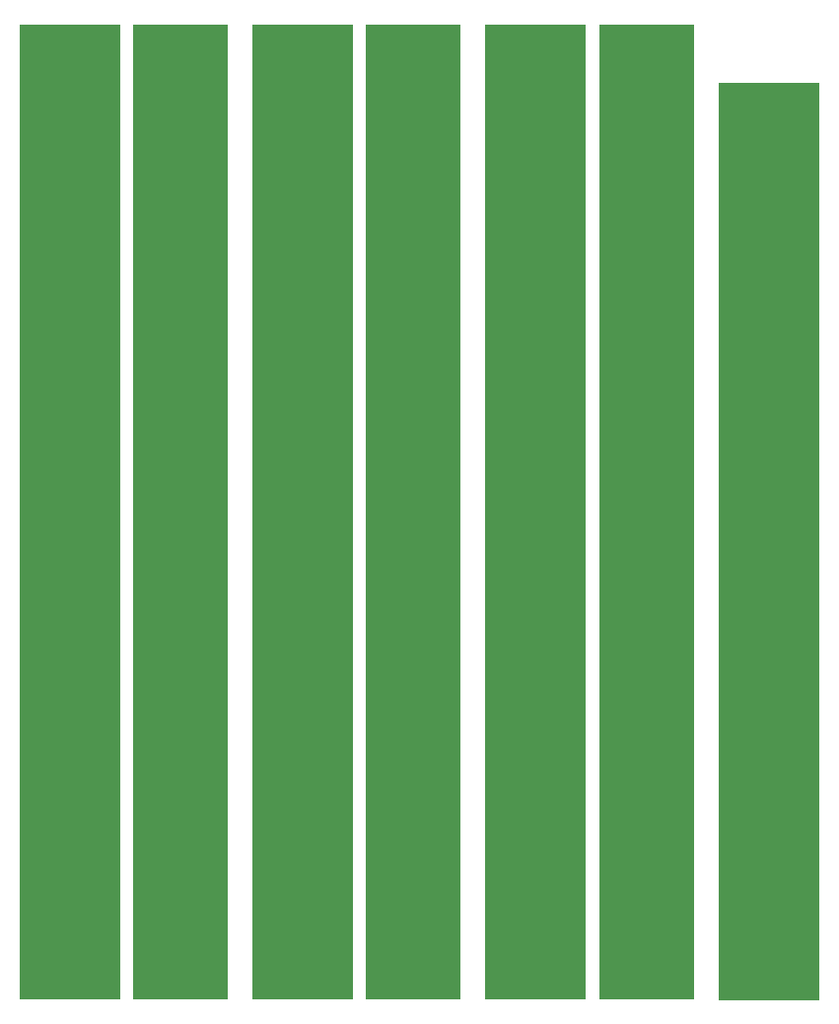
<source format=gbp>
%FSLAX44Y44*%
%MOMM*%
G71*
G01*
G75*
G04 Layer_Color=128*
%ADD10C,0.5000*%
G04:AMPARAMS|DCode=11|XSize=1mm|YSize=0.95mm|CornerRadius=0.1995mm|HoleSize=0mm|Usage=FLASHONLY|Rotation=180.000|XOffset=0mm|YOffset=0mm|HoleType=Round|Shape=RoundedRectangle|*
%AMROUNDEDRECTD11*
21,1,1.0000,0.5510,0,0,180.0*
21,1,0.6010,0.9500,0,0,180.0*
1,1,0.3990,-0.3005,0.2755*
1,1,0.3990,0.3005,0.2755*
1,1,0.3990,0.3005,-0.2755*
1,1,0.3990,-0.3005,-0.2755*
%
%ADD11ROUNDEDRECTD11*%
G04:AMPARAMS|DCode=12|XSize=1mm|YSize=0.95mm|CornerRadius=0.1995mm|HoleSize=0mm|Usage=FLASHONLY|Rotation=270.000|XOffset=0mm|YOffset=0mm|HoleType=Round|Shape=RoundedRectangle|*
%AMROUNDEDRECTD12*
21,1,1.0000,0.5510,0,0,270.0*
21,1,0.6010,0.9500,0,0,270.0*
1,1,0.3990,-0.2755,-0.3005*
1,1,0.3990,-0.2755,0.3005*
1,1,0.3990,0.2755,0.3005*
1,1,0.3990,0.2755,-0.3005*
%
%ADD12ROUNDEDRECTD12*%
G04:AMPARAMS|DCode=13|XSize=2.7mm|YSize=1.15mm|CornerRadius=0.2013mm|HoleSize=0mm|Usage=FLASHONLY|Rotation=270.000|XOffset=0mm|YOffset=0mm|HoleType=Round|Shape=RoundedRectangle|*
%AMROUNDEDRECTD13*
21,1,2.7000,0.7475,0,0,270.0*
21,1,2.2975,1.1500,0,0,270.0*
1,1,0.4025,-0.3738,-1.1487*
1,1,0.4025,-0.3738,1.1487*
1,1,0.4025,0.3738,1.1487*
1,1,0.4025,0.3738,-1.1487*
%
%ADD13ROUNDEDRECTD13*%
G04:AMPARAMS|DCode=14|XSize=1.45mm|YSize=1.15mm|CornerRadius=0.2013mm|HoleSize=0mm|Usage=FLASHONLY|Rotation=90.000|XOffset=0mm|YOffset=0mm|HoleType=Round|Shape=RoundedRectangle|*
%AMROUNDEDRECTD14*
21,1,1.4500,0.7475,0,0,90.0*
21,1,1.0475,1.1500,0,0,90.0*
1,1,0.4025,0.3738,0.5238*
1,1,0.4025,0.3738,-0.5238*
1,1,0.4025,-0.3738,-0.5238*
1,1,0.4025,-0.3738,0.5238*
%
%ADD14ROUNDEDRECTD14*%
G04:AMPARAMS|DCode=15|XSize=0.62mm|YSize=0.62mm|CornerRadius=0.1488mm|HoleSize=0mm|Usage=FLASHONLY|Rotation=180.000|XOffset=0mm|YOffset=0mm|HoleType=Round|Shape=RoundedRectangle|*
%AMROUNDEDRECTD15*
21,1,0.6200,0.3224,0,0,180.0*
21,1,0.3224,0.6200,0,0,180.0*
1,1,0.2976,-0.1612,0.1612*
1,1,0.2976,0.1612,0.1612*
1,1,0.2976,0.1612,-0.1612*
1,1,0.2976,-0.1612,-0.1612*
%
%ADD15ROUNDEDRECTD15*%
G04:AMPARAMS|DCode=16|XSize=2.7mm|YSize=1.15mm|CornerRadius=0.2013mm|HoleSize=0mm|Usage=FLASHONLY|Rotation=0.000|XOffset=0mm|YOffset=0mm|HoleType=Round|Shape=RoundedRectangle|*
%AMROUNDEDRECTD16*
21,1,2.7000,0.7475,0,0,0.0*
21,1,2.2975,1.1500,0,0,0.0*
1,1,0.4025,1.1487,-0.3738*
1,1,0.4025,-1.1487,-0.3738*
1,1,0.4025,-1.1487,0.3738*
1,1,0.4025,1.1487,0.3738*
%
%ADD16ROUNDEDRECTD16*%
G04:AMPARAMS|DCode=17|XSize=1.45mm|YSize=1.15mm|CornerRadius=0.2013mm|HoleSize=0mm|Usage=FLASHONLY|Rotation=0.000|XOffset=0mm|YOffset=0mm|HoleType=Round|Shape=RoundedRectangle|*
%AMROUNDEDRECTD17*
21,1,1.4500,0.7475,0,0,0.0*
21,1,1.0475,1.1500,0,0,0.0*
1,1,0.4025,0.5238,-0.3738*
1,1,0.4025,-0.5238,-0.3738*
1,1,0.4025,-0.5238,0.3738*
1,1,0.4025,0.5238,0.3738*
%
%ADD17ROUNDEDRECTD17*%
G04:AMPARAMS|DCode=18|XSize=1.2mm|YSize=1.2mm|CornerRadius=0.198mm|HoleSize=0mm|Usage=FLASHONLY|Rotation=180.000|XOffset=0mm|YOffset=0mm|HoleType=Round|Shape=RoundedRectangle|*
%AMROUNDEDRECTD18*
21,1,1.2000,0.8040,0,0,180.0*
21,1,0.8040,1.2000,0,0,180.0*
1,1,0.3960,-0.4020,0.4020*
1,1,0.3960,0.4020,0.4020*
1,1,0.3960,0.4020,-0.4020*
1,1,0.3960,-0.4020,-0.4020*
%
%ADD18ROUNDEDRECTD18*%
G04:AMPARAMS|DCode=19|XSize=1.45mm|YSize=0.5mm|CornerRadius=0.2mm|HoleSize=0mm|Usage=FLASHONLY|Rotation=270.000|XOffset=0mm|YOffset=0mm|HoleType=Round|Shape=RoundedRectangle|*
%AMROUNDEDRECTD19*
21,1,1.4500,0.1000,0,0,270.0*
21,1,1.0500,0.5000,0,0,270.0*
1,1,0.4000,-0.0500,-0.5250*
1,1,0.4000,-0.0500,0.5250*
1,1,0.4000,0.0500,0.5250*
1,1,0.4000,0.0500,-0.5250*
%
%ADD19ROUNDEDRECTD19*%
G04:AMPARAMS|DCode=20|XSize=2.5mm|YSize=1.7mm|CornerRadius=0.204mm|HoleSize=0mm|Usage=FLASHONLY|Rotation=0.000|XOffset=0mm|YOffset=0mm|HoleType=Round|Shape=RoundedRectangle|*
%AMROUNDEDRECTD20*
21,1,2.5000,1.2920,0,0,0.0*
21,1,2.0920,1.7000,0,0,0.0*
1,1,0.4080,1.0460,-0.6460*
1,1,0.4080,-1.0460,-0.6460*
1,1,0.4080,-1.0460,0.6460*
1,1,0.4080,1.0460,0.6460*
%
%ADD20ROUNDEDRECTD20*%
G04:AMPARAMS|DCode=21|XSize=0.65mm|YSize=0.5mm|CornerRadius=0.2mm|HoleSize=0mm|Usage=FLASHONLY|Rotation=180.000|XOffset=0mm|YOffset=0mm|HoleType=Round|Shape=RoundedRectangle|*
%AMROUNDEDRECTD21*
21,1,0.6500,0.1000,0,0,180.0*
21,1,0.2500,0.5000,0,0,180.0*
1,1,0.4000,-0.1250,0.0500*
1,1,0.4000,0.1250,0.0500*
1,1,0.4000,0.1250,-0.0500*
1,1,0.4000,-0.1250,-0.0500*
%
%ADD21ROUNDEDRECTD21*%
G04:AMPARAMS|DCode=22|XSize=3.3mm|YSize=2.5mm|CornerRadius=0.2mm|HoleSize=0mm|Usage=FLASHONLY|Rotation=270.000|XOffset=0mm|YOffset=0mm|HoleType=Round|Shape=RoundedRectangle|*
%AMROUNDEDRECTD22*
21,1,3.3000,2.1000,0,0,270.0*
21,1,2.9000,2.5000,0,0,270.0*
1,1,0.4000,-1.0500,-1.4500*
1,1,0.4000,-1.0500,1.4500*
1,1,0.4000,1.0500,1.4500*
1,1,0.4000,1.0500,-1.4500*
%
%ADD22ROUNDEDRECTD22*%
%ADD23C,1.0000*%
G04:AMPARAMS|DCode=24|XSize=2.5mm|YSize=2mm|CornerRadius=0.2mm|HoleSize=0mm|Usage=FLASHONLY|Rotation=180.000|XOffset=0mm|YOffset=0mm|HoleType=Round|Shape=RoundedRectangle|*
%AMROUNDEDRECTD24*
21,1,2.5000,1.6000,0,0,180.0*
21,1,2.1000,2.0000,0,0,180.0*
1,1,0.4000,-1.0500,0.8000*
1,1,0.4000,1.0500,0.8000*
1,1,0.4000,1.0500,-0.8000*
1,1,0.4000,-1.0500,-0.8000*
%
%ADD24ROUNDEDRECTD24*%
G04:AMPARAMS|DCode=25|XSize=2.3mm|YSize=0.5mm|CornerRadius=0.2mm|HoleSize=0mm|Usage=FLASHONLY|Rotation=180.000|XOffset=0mm|YOffset=0mm|HoleType=Round|Shape=RoundedRectangle|*
%AMROUNDEDRECTD25*
21,1,2.3000,0.1000,0,0,180.0*
21,1,1.9000,0.5000,0,0,180.0*
1,1,0.4000,-0.9500,0.0500*
1,1,0.4000,0.9500,0.0500*
1,1,0.4000,0.9500,-0.0500*
1,1,0.4000,-0.9500,-0.0500*
%
%ADD25ROUNDEDRECTD25*%
G04:AMPARAMS|DCode=26|XSize=5.1mm|YSize=4.35mm|CornerRadius=0.1958mm|HoleSize=0mm|Usage=FLASHONLY|Rotation=270.000|XOffset=0mm|YOffset=0mm|HoleType=Round|Shape=RoundedRectangle|*
%AMROUNDEDRECTD26*
21,1,5.1000,3.9585,0,0,270.0*
21,1,4.7085,4.3500,0,0,270.0*
1,1,0.3915,-1.9792,-2.3542*
1,1,0.3915,-1.9792,2.3542*
1,1,0.3915,1.9792,2.3542*
1,1,0.3915,1.9792,-2.3542*
%
%ADD26ROUNDEDRECTD26*%
%ADD27O,0.6000X1.4000*%
%ADD28O,1.4000X0.6000*%
G04:AMPARAMS|DCode=29|XSize=1.05mm|YSize=0.65mm|CornerRadius=0.2015mm|HoleSize=0mm|Usage=FLASHONLY|Rotation=270.000|XOffset=0mm|YOffset=0mm|HoleType=Round|Shape=RoundedRectangle|*
%AMROUNDEDRECTD29*
21,1,1.0500,0.2470,0,0,270.0*
21,1,0.6470,0.6500,0,0,270.0*
1,1,0.4030,-0.1235,-0.3235*
1,1,0.4030,-0.1235,0.3235*
1,1,0.4030,0.1235,0.3235*
1,1,0.4030,0.1235,-0.3235*
%
%ADD29ROUNDEDRECTD29*%
G04:AMPARAMS|DCode=30|XSize=1mm|YSize=0.9mm|CornerRadius=0.198mm|HoleSize=0mm|Usage=FLASHONLY|Rotation=270.000|XOffset=0mm|YOffset=0mm|HoleType=Round|Shape=RoundedRectangle|*
%AMROUNDEDRECTD30*
21,1,1.0000,0.5040,0,0,270.0*
21,1,0.6040,0.9000,0,0,270.0*
1,1,0.3960,-0.2520,-0.3020*
1,1,0.3960,-0.2520,0.3020*
1,1,0.3960,0.2520,0.3020*
1,1,0.3960,0.2520,-0.3020*
%
%ADD30ROUNDEDRECTD30*%
G04:AMPARAMS|DCode=31|XSize=1mm|YSize=0.9mm|CornerRadius=0.198mm|HoleSize=0mm|Usage=FLASHONLY|Rotation=180.000|XOffset=0mm|YOffset=0mm|HoleType=Round|Shape=RoundedRectangle|*
%AMROUNDEDRECTD31*
21,1,1.0000,0.5040,0,0,180.0*
21,1,0.6040,0.9000,0,0,180.0*
1,1,0.3960,-0.3020,0.2520*
1,1,0.3960,0.3020,0.2520*
1,1,0.3960,0.3020,-0.2520*
1,1,0.3960,-0.3020,-0.2520*
%
%ADD31ROUNDEDRECTD31*%
G04:AMPARAMS|DCode=32|XSize=1.75mm|YSize=1.05mm|CornerRadius=0.1995mm|HoleSize=0mm|Usage=FLASHONLY|Rotation=270.000|XOffset=0mm|YOffset=0mm|HoleType=Round|Shape=RoundedRectangle|*
%AMROUNDEDRECTD32*
21,1,1.7500,0.6510,0,0,270.0*
21,1,1.3510,1.0500,0,0,270.0*
1,1,0.3990,-0.3255,-0.6755*
1,1,0.3990,-0.3255,0.6755*
1,1,0.3990,0.3255,0.6755*
1,1,0.3990,0.3255,-0.6755*
%
%ADD32ROUNDEDRECTD32*%
G04:AMPARAMS|DCode=33|XSize=1.75mm|YSize=1.05mm|CornerRadius=0.1995mm|HoleSize=0mm|Usage=FLASHONLY|Rotation=180.000|XOffset=0mm|YOffset=0mm|HoleType=Round|Shape=RoundedRectangle|*
%AMROUNDEDRECTD33*
21,1,1.7500,0.6510,0,0,180.0*
21,1,1.3510,1.0500,0,0,180.0*
1,1,0.3990,-0.6755,0.3255*
1,1,0.3990,0.6755,0.3255*
1,1,0.3990,0.6755,-0.3255*
1,1,0.3990,-0.6755,-0.3255*
%
%ADD33ROUNDEDRECTD33*%
G04:AMPARAMS|DCode=34|XSize=1.1mm|YSize=0.55mm|CornerRadius=0.2008mm|HoleSize=0mm|Usage=FLASHONLY|Rotation=180.000|XOffset=0mm|YOffset=0mm|HoleType=Round|Shape=RoundedRectangle|*
%AMROUNDEDRECTD34*
21,1,1.1000,0.1485,0,0,180.0*
21,1,0.6985,0.5500,0,0,180.0*
1,1,0.4015,-0.3493,0.0743*
1,1,0.4015,0.3493,0.0743*
1,1,0.4015,0.3493,-0.0743*
1,1,0.4015,-0.3493,-0.0743*
%
%ADD34ROUNDEDRECTD34*%
%ADD35O,0.6000X1.5500*%
G04:AMPARAMS|DCode=36|XSize=9.1mm|YSize=8.65mm|CornerRadius=0.2163mm|HoleSize=0mm|Usage=FLASHONLY|Rotation=0.000|XOffset=0mm|YOffset=0mm|HoleType=Round|Shape=RoundedRectangle|*
%AMROUNDEDRECTD36*
21,1,9.1000,8.2175,0,0,0.0*
21,1,8.6675,8.6500,0,0,0.0*
1,1,0.4325,4.3338,-4.1087*
1,1,0.4325,-4.3338,-4.1087*
1,1,0.4325,-4.3338,4.1087*
1,1,0.4325,4.3338,4.1087*
%
%ADD36ROUNDEDRECTD36*%
G04:AMPARAMS|DCode=37|XSize=3.75mm|YSize=1.05mm|CornerRadius=0.1995mm|HoleSize=0mm|Usage=FLASHONLY|Rotation=270.000|XOffset=0mm|YOffset=0mm|HoleType=Round|Shape=RoundedRectangle|*
%AMROUNDEDRECTD37*
21,1,3.7500,0.6510,0,0,270.0*
21,1,3.3510,1.0500,0,0,270.0*
1,1,0.3990,-0.3255,-1.6755*
1,1,0.3990,-0.3255,1.6755*
1,1,0.3990,0.3255,1.6755*
1,1,0.3990,0.3255,-1.6755*
%
%ADD37ROUNDEDRECTD37*%
G04:AMPARAMS|DCode=38|XSize=6.45mm|YSize=6mm|CornerRadius=0.21mm|HoleSize=0mm|Usage=FLASHONLY|Rotation=270.000|XOffset=0mm|YOffset=0mm|HoleType=Round|Shape=RoundedRectangle|*
%AMROUNDEDRECTD38*
21,1,6.4500,5.5800,0,0,270.0*
21,1,6.0300,6.0000,0,0,270.0*
1,1,0.4200,-2.7900,-3.0150*
1,1,0.4200,-2.7900,3.0150*
1,1,0.4200,2.7900,3.0150*
1,1,0.4200,2.7900,-3.0150*
%
%ADD38ROUNDEDRECTD38*%
G04:AMPARAMS|DCode=39|XSize=2.85mm|YSize=1mm|CornerRadius=0.2mm|HoleSize=0mm|Usage=FLASHONLY|Rotation=270.000|XOffset=0mm|YOffset=0mm|HoleType=Round|Shape=RoundedRectangle|*
%AMROUNDEDRECTD39*
21,1,2.8500,0.6000,0,0,270.0*
21,1,2.4500,1.0000,0,0,270.0*
1,1,0.4000,-0.3000,-1.2250*
1,1,0.4000,-0.3000,1.2250*
1,1,0.4000,0.3000,1.2250*
1,1,0.4000,0.3000,-1.2250*
%
%ADD39ROUNDEDRECTD39*%
%ADD40O,1.5500X0.6000*%
%ADD41O,0.3000X1.5000*%
%ADD42O,1.5000X0.3000*%
%ADD43O,0.8500X0.2500*%
%ADD44C,0.2000*%
%ADD45R,0.2000X0.5500*%
G04:AMPARAMS|DCode=46|XSize=4.9mm|YSize=1.6mm|CornerRadius=0.2mm|HoleSize=0mm|Usage=FLASHONLY|Rotation=0.000|XOffset=0mm|YOffset=0mm|HoleType=Round|Shape=RoundedRectangle|*
%AMROUNDEDRECTD46*
21,1,4.9000,1.2000,0,0,0.0*
21,1,4.5000,1.6000,0,0,0.0*
1,1,0.4000,2.2500,-0.6000*
1,1,0.4000,-2.2500,-0.6000*
1,1,0.4000,-2.2500,0.6000*
1,1,0.4000,2.2500,0.6000*
%
%ADD46ROUNDEDRECTD46*%
G04:AMPARAMS|DCode=47|XSize=1.75mm|YSize=1.4mm|CornerRadius=0.203mm|HoleSize=0mm|Usage=FLASHONLY|Rotation=90.000|XOffset=0mm|YOffset=0mm|HoleType=Round|Shape=RoundedRectangle|*
%AMROUNDEDRECTD47*
21,1,1.7500,0.9940,0,0,90.0*
21,1,1.3440,1.4000,0,0,90.0*
1,1,0.4060,0.4970,0.6720*
1,1,0.4060,0.4970,-0.6720*
1,1,0.4060,-0.4970,-0.6720*
1,1,0.4060,-0.4970,0.6720*
%
%ADD47ROUNDEDRECTD47*%
G04:AMPARAMS|DCode=48|XSize=1.4mm|YSize=1.2mm|CornerRadius=0.198mm|HoleSize=0mm|Usage=FLASHONLY|Rotation=90.000|XOffset=0mm|YOffset=0mm|HoleType=Round|Shape=RoundedRectangle|*
%AMROUNDEDRECTD48*
21,1,1.4000,0.8040,0,0,90.0*
21,1,1.0040,1.2000,0,0,90.0*
1,1,0.3960,0.4020,0.5020*
1,1,0.3960,0.4020,-0.5020*
1,1,0.3960,-0.4020,-0.5020*
1,1,0.3960,-0.4020,0.5020*
%
%ADD48ROUNDEDRECTD48*%
G04:AMPARAMS|DCode=49|XSize=1.15mm|YSize=1.05mm|CornerRadius=0.1995mm|HoleSize=0mm|Usage=FLASHONLY|Rotation=90.000|XOffset=0mm|YOffset=0mm|HoleType=Round|Shape=RoundedRectangle|*
%AMROUNDEDRECTD49*
21,1,1.1500,0.6510,0,0,90.0*
21,1,0.7510,1.0500,0,0,90.0*
1,1,0.3990,0.3255,0.3755*
1,1,0.3990,0.3255,-0.3755*
1,1,0.3990,-0.3255,-0.3755*
1,1,0.3990,-0.3255,0.3755*
%
%ADD49ROUNDEDRECTD49*%
%ADD50O,0.3000X0.8000*%
%ADD51O,0.8000X0.3000*%
%ADD52R,0.3500X0.3500*%
%ADD53C,0.2500*%
%ADD54C,0.5000*%
%ADD55C,0.4000*%
%ADD56C,0.3000*%
%ADD57C,1.0000*%
%ADD58C,2.0000*%
%ADD59C,0.2000*%
%ADD60C,2.5000*%
%ADD61C,1.8500*%
%ADD62C,1.9000*%
%ADD63C,7.0000*%
%ADD64C,0.6000*%
%ADD65C,5.0000*%
%ADD66C,0.1500*%
%ADD67C,0.0375*%
%ADD68C,0.0425*%
%ADD69C,0.0250*%
%ADD70C,0.0000*%
%ADD71C,0.6500*%
G04:AMPARAMS|DCode=72|XSize=1.15mm|YSize=1.1mm|CornerRadius=0.2745mm|HoleSize=0mm|Usage=FLASHONLY|Rotation=180.000|XOffset=0mm|YOffset=0mm|HoleType=Round|Shape=RoundedRectangle|*
%AMROUNDEDRECTD72*
21,1,1.1500,0.5510,0,0,180.0*
21,1,0.6010,1.1000,0,0,180.0*
1,1,0.5490,-0.3005,0.2755*
1,1,0.5490,0.3005,0.2755*
1,1,0.5490,0.3005,-0.2755*
1,1,0.5490,-0.3005,-0.2755*
%
%ADD72ROUNDEDRECTD72*%
G04:AMPARAMS|DCode=73|XSize=1.15mm|YSize=1.1mm|CornerRadius=0.2745mm|HoleSize=0mm|Usage=FLASHONLY|Rotation=270.000|XOffset=0mm|YOffset=0mm|HoleType=Round|Shape=RoundedRectangle|*
%AMROUNDEDRECTD73*
21,1,1.1500,0.5510,0,0,270.0*
21,1,0.6010,1.1000,0,0,270.0*
1,1,0.5490,-0.2755,-0.3005*
1,1,0.5490,-0.2755,0.3005*
1,1,0.5490,0.2755,0.3005*
1,1,0.5490,0.2755,-0.3005*
%
%ADD73ROUNDEDRECTD73*%
G04:AMPARAMS|DCode=74|XSize=2.85mm|YSize=1.3mm|CornerRadius=0.2763mm|HoleSize=0mm|Usage=FLASHONLY|Rotation=270.000|XOffset=0mm|YOffset=0mm|HoleType=Round|Shape=RoundedRectangle|*
%AMROUNDEDRECTD74*
21,1,2.8500,0.7475,0,0,270.0*
21,1,2.2975,1.3000,0,0,270.0*
1,1,0.5525,-0.3738,-1.1487*
1,1,0.5525,-0.3738,1.1487*
1,1,0.5525,0.3738,1.1487*
1,1,0.5525,0.3738,-1.1487*
%
%ADD74ROUNDEDRECTD74*%
G04:AMPARAMS|DCode=75|XSize=1.6mm|YSize=1.3mm|CornerRadius=0.2763mm|HoleSize=0mm|Usage=FLASHONLY|Rotation=90.000|XOffset=0mm|YOffset=0mm|HoleType=Round|Shape=RoundedRectangle|*
%AMROUNDEDRECTD75*
21,1,1.6000,0.7475,0,0,90.0*
21,1,1.0475,1.3000,0,0,90.0*
1,1,0.5525,0.3738,0.5238*
1,1,0.5525,0.3738,-0.5238*
1,1,0.5525,-0.3738,-0.5238*
1,1,0.5525,-0.3738,0.5238*
%
%ADD75ROUNDEDRECTD75*%
G04:AMPARAMS|DCode=76|XSize=0.77mm|YSize=0.77mm|CornerRadius=0.2238mm|HoleSize=0mm|Usage=FLASHONLY|Rotation=180.000|XOffset=0mm|YOffset=0mm|HoleType=Round|Shape=RoundedRectangle|*
%AMROUNDEDRECTD76*
21,1,0.7700,0.3224,0,0,180.0*
21,1,0.3224,0.7700,0,0,180.0*
1,1,0.4476,-0.1612,0.1612*
1,1,0.4476,0.1612,0.1612*
1,1,0.4476,0.1612,-0.1612*
1,1,0.4476,-0.1612,-0.1612*
%
%ADD76ROUNDEDRECTD76*%
G04:AMPARAMS|DCode=77|XSize=2.85mm|YSize=1.3mm|CornerRadius=0.2763mm|HoleSize=0mm|Usage=FLASHONLY|Rotation=0.000|XOffset=0mm|YOffset=0mm|HoleType=Round|Shape=RoundedRectangle|*
%AMROUNDEDRECTD77*
21,1,2.8500,0.7475,0,0,0.0*
21,1,2.2975,1.3000,0,0,0.0*
1,1,0.5525,1.1487,-0.3738*
1,1,0.5525,-1.1487,-0.3738*
1,1,0.5525,-1.1487,0.3738*
1,1,0.5525,1.1487,0.3738*
%
%ADD77ROUNDEDRECTD77*%
G04:AMPARAMS|DCode=78|XSize=1.6mm|YSize=1.3mm|CornerRadius=0.2763mm|HoleSize=0mm|Usage=FLASHONLY|Rotation=0.000|XOffset=0mm|YOffset=0mm|HoleType=Round|Shape=RoundedRectangle|*
%AMROUNDEDRECTD78*
21,1,1.6000,0.7475,0,0,0.0*
21,1,1.0475,1.3000,0,0,0.0*
1,1,0.5525,0.5238,-0.3738*
1,1,0.5525,-0.5238,-0.3738*
1,1,0.5525,-0.5238,0.3738*
1,1,0.5525,0.5238,0.3738*
%
%ADD78ROUNDEDRECTD78*%
G04:AMPARAMS|DCode=79|XSize=1.35mm|YSize=1.35mm|CornerRadius=0.273mm|HoleSize=0mm|Usage=FLASHONLY|Rotation=180.000|XOffset=0mm|YOffset=0mm|HoleType=Round|Shape=RoundedRectangle|*
%AMROUNDEDRECTD79*
21,1,1.3500,0.8040,0,0,180.0*
21,1,0.8040,1.3500,0,0,180.0*
1,1,0.5460,-0.4020,0.4020*
1,1,0.5460,0.4020,0.4020*
1,1,0.5460,0.4020,-0.4020*
1,1,0.5460,-0.4020,-0.4020*
%
%ADD79ROUNDEDRECTD79*%
G04:AMPARAMS|DCode=80|XSize=1.6mm|YSize=0.65mm|CornerRadius=0.275mm|HoleSize=0mm|Usage=FLASHONLY|Rotation=270.000|XOffset=0mm|YOffset=0mm|HoleType=Round|Shape=RoundedRectangle|*
%AMROUNDEDRECTD80*
21,1,1.6000,0.1000,0,0,270.0*
21,1,1.0500,0.6500,0,0,270.0*
1,1,0.5500,-0.0500,-0.5250*
1,1,0.5500,-0.0500,0.5250*
1,1,0.5500,0.0500,0.5250*
1,1,0.5500,0.0500,-0.5250*
%
%ADD80ROUNDEDRECTD80*%
G04:AMPARAMS|DCode=81|XSize=2.65mm|YSize=1.85mm|CornerRadius=0.279mm|HoleSize=0mm|Usage=FLASHONLY|Rotation=0.000|XOffset=0mm|YOffset=0mm|HoleType=Round|Shape=RoundedRectangle|*
%AMROUNDEDRECTD81*
21,1,2.6500,1.2920,0,0,0.0*
21,1,2.0920,1.8500,0,0,0.0*
1,1,0.5580,1.0460,-0.6460*
1,1,0.5580,-1.0460,-0.6460*
1,1,0.5580,-1.0460,0.6460*
1,1,0.5580,1.0460,0.6460*
%
%ADD81ROUNDEDRECTD81*%
G04:AMPARAMS|DCode=82|XSize=0.8mm|YSize=0.65mm|CornerRadius=0.275mm|HoleSize=0mm|Usage=FLASHONLY|Rotation=180.000|XOffset=0mm|YOffset=0mm|HoleType=Round|Shape=RoundedRectangle|*
%AMROUNDEDRECTD82*
21,1,0.8000,0.1000,0,0,180.0*
21,1,0.2500,0.6500,0,0,180.0*
1,1,0.5500,-0.1250,0.0500*
1,1,0.5500,0.1250,0.0500*
1,1,0.5500,0.1250,-0.0500*
1,1,0.5500,-0.1250,-0.0500*
%
%ADD82ROUNDEDRECTD82*%
G04:AMPARAMS|DCode=83|XSize=3.45mm|YSize=2.65mm|CornerRadius=0.275mm|HoleSize=0mm|Usage=FLASHONLY|Rotation=270.000|XOffset=0mm|YOffset=0mm|HoleType=Round|Shape=RoundedRectangle|*
%AMROUNDEDRECTD83*
21,1,3.4500,2.1000,0,0,270.0*
21,1,2.9000,2.6500,0,0,270.0*
1,1,0.5500,-1.0500,-1.4500*
1,1,0.5500,-1.0500,1.4500*
1,1,0.5500,1.0500,1.4500*
1,1,0.5500,1.0500,-1.4500*
%
%ADD83ROUNDEDRECTD83*%
%ADD84C,2.0000*%
G04:AMPARAMS|DCode=85|XSize=2.65mm|YSize=2.15mm|CornerRadius=0.275mm|HoleSize=0mm|Usage=FLASHONLY|Rotation=180.000|XOffset=0mm|YOffset=0mm|HoleType=Round|Shape=RoundedRectangle|*
%AMROUNDEDRECTD85*
21,1,2.6500,1.6000,0,0,180.0*
21,1,2.1000,2.1500,0,0,180.0*
1,1,0.5500,-1.0500,0.8000*
1,1,0.5500,1.0500,0.8000*
1,1,0.5500,1.0500,-0.8000*
1,1,0.5500,-1.0500,-0.8000*
%
%ADD85ROUNDEDRECTD85*%
G04:AMPARAMS|DCode=86|XSize=2.45mm|YSize=0.65mm|CornerRadius=0.275mm|HoleSize=0mm|Usage=FLASHONLY|Rotation=180.000|XOffset=0mm|YOffset=0mm|HoleType=Round|Shape=RoundedRectangle|*
%AMROUNDEDRECTD86*
21,1,2.4500,0.1000,0,0,180.0*
21,1,1.9000,0.6500,0,0,180.0*
1,1,0.5500,-0.9500,0.0500*
1,1,0.5500,0.9500,0.0500*
1,1,0.5500,0.9500,-0.0500*
1,1,0.5500,-0.9500,-0.0500*
%
%ADD86ROUNDEDRECTD86*%
G04:AMPARAMS|DCode=87|XSize=5.25mm|YSize=4.5mm|CornerRadius=0.2707mm|HoleSize=0mm|Usage=FLASHONLY|Rotation=270.000|XOffset=0mm|YOffset=0mm|HoleType=Round|Shape=RoundedRectangle|*
%AMROUNDEDRECTD87*
21,1,5.2500,3.9585,0,0,270.0*
21,1,4.7085,4.5000,0,0,270.0*
1,1,0.5415,-1.9792,-2.3542*
1,1,0.5415,-1.9792,2.3542*
1,1,0.5415,1.9792,2.3542*
1,1,0.5415,1.9792,-2.3542*
%
%ADD87ROUNDEDRECTD87*%
%ADD88O,0.7500X1.5500*%
%ADD89O,1.5500X0.7500*%
G04:AMPARAMS|DCode=90|XSize=1.2mm|YSize=0.8mm|CornerRadius=0.2765mm|HoleSize=0mm|Usage=FLASHONLY|Rotation=270.000|XOffset=0mm|YOffset=0mm|HoleType=Round|Shape=RoundedRectangle|*
%AMROUNDEDRECTD90*
21,1,1.2000,0.2470,0,0,270.0*
21,1,0.6470,0.8000,0,0,270.0*
1,1,0.5530,-0.1235,-0.3235*
1,1,0.5530,-0.1235,0.3235*
1,1,0.5530,0.1235,0.3235*
1,1,0.5530,0.1235,-0.3235*
%
%ADD90ROUNDEDRECTD90*%
G04:AMPARAMS|DCode=91|XSize=1.15mm|YSize=1.05mm|CornerRadius=0.273mm|HoleSize=0mm|Usage=FLASHONLY|Rotation=270.000|XOffset=0mm|YOffset=0mm|HoleType=Round|Shape=RoundedRectangle|*
%AMROUNDEDRECTD91*
21,1,1.1500,0.5040,0,0,270.0*
21,1,0.6040,1.0500,0,0,270.0*
1,1,0.5460,-0.2520,-0.3020*
1,1,0.5460,-0.2520,0.3020*
1,1,0.5460,0.2520,0.3020*
1,1,0.5460,0.2520,-0.3020*
%
%ADD91ROUNDEDRECTD91*%
G04:AMPARAMS|DCode=92|XSize=1.15mm|YSize=1.05mm|CornerRadius=0.273mm|HoleSize=0mm|Usage=FLASHONLY|Rotation=180.000|XOffset=0mm|YOffset=0mm|HoleType=Round|Shape=RoundedRectangle|*
%AMROUNDEDRECTD92*
21,1,1.1500,0.5040,0,0,180.0*
21,1,0.6040,1.0500,0,0,180.0*
1,1,0.5460,-0.3020,0.2520*
1,1,0.5460,0.3020,0.2520*
1,1,0.5460,0.3020,-0.2520*
1,1,0.5460,-0.3020,-0.2520*
%
%ADD92ROUNDEDRECTD92*%
G04:AMPARAMS|DCode=93|XSize=1.9mm|YSize=1.2mm|CornerRadius=0.2745mm|HoleSize=0mm|Usage=FLASHONLY|Rotation=270.000|XOffset=0mm|YOffset=0mm|HoleType=Round|Shape=RoundedRectangle|*
%AMROUNDEDRECTD93*
21,1,1.9000,0.6510,0,0,270.0*
21,1,1.3510,1.2000,0,0,270.0*
1,1,0.5490,-0.3255,-0.6755*
1,1,0.5490,-0.3255,0.6755*
1,1,0.5490,0.3255,0.6755*
1,1,0.5490,0.3255,-0.6755*
%
%ADD93ROUNDEDRECTD93*%
G04:AMPARAMS|DCode=94|XSize=1.9mm|YSize=1.2mm|CornerRadius=0.2745mm|HoleSize=0mm|Usage=FLASHONLY|Rotation=180.000|XOffset=0mm|YOffset=0mm|HoleType=Round|Shape=RoundedRectangle|*
%AMROUNDEDRECTD94*
21,1,1.9000,0.6510,0,0,180.0*
21,1,1.3510,1.2000,0,0,180.0*
1,1,0.5490,-0.6755,0.3255*
1,1,0.5490,0.6755,0.3255*
1,1,0.5490,0.6755,-0.3255*
1,1,0.5490,-0.6755,-0.3255*
%
%ADD94ROUNDEDRECTD94*%
G04:AMPARAMS|DCode=95|XSize=1.25mm|YSize=0.7mm|CornerRadius=0.2758mm|HoleSize=0mm|Usage=FLASHONLY|Rotation=180.000|XOffset=0mm|YOffset=0mm|HoleType=Round|Shape=RoundedRectangle|*
%AMROUNDEDRECTD95*
21,1,1.2500,0.1485,0,0,180.0*
21,1,0.6985,0.7000,0,0,180.0*
1,1,0.5515,-0.3493,0.0743*
1,1,0.5515,0.3493,0.0743*
1,1,0.5515,0.3493,-0.0743*
1,1,0.5515,-0.3493,-0.0743*
%
%ADD95ROUNDEDRECTD95*%
%ADD96O,0.7500X1.7000*%
G04:AMPARAMS|DCode=97|XSize=9.25mm|YSize=8.8mm|CornerRadius=0.2913mm|HoleSize=0mm|Usage=FLASHONLY|Rotation=0.000|XOffset=0mm|YOffset=0mm|HoleType=Round|Shape=RoundedRectangle|*
%AMROUNDEDRECTD97*
21,1,9.2500,8.2175,0,0,0.0*
21,1,8.6675,8.8000,0,0,0.0*
1,1,0.5825,4.3338,-4.1087*
1,1,0.5825,-4.3338,-4.1087*
1,1,0.5825,-4.3338,4.1087*
1,1,0.5825,4.3338,4.1087*
%
%ADD97ROUNDEDRECTD97*%
G04:AMPARAMS|DCode=98|XSize=3.9mm|YSize=1.2mm|CornerRadius=0.2745mm|HoleSize=0mm|Usage=FLASHONLY|Rotation=270.000|XOffset=0mm|YOffset=0mm|HoleType=Round|Shape=RoundedRectangle|*
%AMROUNDEDRECTD98*
21,1,3.9000,0.6510,0,0,270.0*
21,1,3.3510,1.2000,0,0,270.0*
1,1,0.5490,-0.3255,-1.6755*
1,1,0.5490,-0.3255,1.6755*
1,1,0.5490,0.3255,1.6755*
1,1,0.5490,0.3255,-1.6755*
%
%ADD98ROUNDEDRECTD98*%
G04:AMPARAMS|DCode=99|XSize=6.6mm|YSize=6.15mm|CornerRadius=0.285mm|HoleSize=0mm|Usage=FLASHONLY|Rotation=270.000|XOffset=0mm|YOffset=0mm|HoleType=Round|Shape=RoundedRectangle|*
%AMROUNDEDRECTD99*
21,1,6.6000,5.5800,0,0,270.0*
21,1,6.0300,6.1500,0,0,270.0*
1,1,0.5700,-2.7900,-3.0150*
1,1,0.5700,-2.7900,3.0150*
1,1,0.5700,2.7900,3.0150*
1,1,0.5700,2.7900,-3.0150*
%
%ADD99ROUNDEDRECTD99*%
G04:AMPARAMS|DCode=100|XSize=3mm|YSize=1.15mm|CornerRadius=0.275mm|HoleSize=0mm|Usage=FLASHONLY|Rotation=270.000|XOffset=0mm|YOffset=0mm|HoleType=Round|Shape=RoundedRectangle|*
%AMROUNDEDRECTD100*
21,1,3.0000,0.6000,0,0,270.0*
21,1,2.4500,1.1500,0,0,270.0*
1,1,0.5500,-0.3000,-1.2250*
1,1,0.5500,-0.3000,1.2250*
1,1,0.5500,0.3000,1.2250*
1,1,0.5500,0.3000,-1.2250*
%
%ADD100ROUNDEDRECTD100*%
%ADD101O,1.7000X0.7500*%
%ADD102O,0.4000X1.6000*%
%ADD103O,1.6000X0.4000*%
%ADD104O,0.9500X0.3500*%
%ADD105C,0.4032*%
%ADD106R,0.3000X0.6500*%
G04:AMPARAMS|DCode=107|XSize=5.05mm|YSize=1.75mm|CornerRadius=0.275mm|HoleSize=0mm|Usage=FLASHONLY|Rotation=0.000|XOffset=0mm|YOffset=0mm|HoleType=Round|Shape=RoundedRectangle|*
%AMROUNDEDRECTD107*
21,1,5.0500,1.2000,0,0,0.0*
21,1,4.5000,1.7500,0,0,0.0*
1,1,0.5500,2.2500,-0.6000*
1,1,0.5500,-2.2500,-0.6000*
1,1,0.5500,-2.2500,0.6000*
1,1,0.5500,2.2500,0.6000*
%
%ADD107ROUNDEDRECTD107*%
G04:AMPARAMS|DCode=108|XSize=1.9mm|YSize=1.55mm|CornerRadius=0.278mm|HoleSize=0mm|Usage=FLASHONLY|Rotation=90.000|XOffset=0mm|YOffset=0mm|HoleType=Round|Shape=RoundedRectangle|*
%AMROUNDEDRECTD108*
21,1,1.9000,0.9940,0,0,90.0*
21,1,1.3440,1.5500,0,0,90.0*
1,1,0.5560,0.4970,0.6720*
1,1,0.5560,0.4970,-0.6720*
1,1,0.5560,-0.4970,-0.6720*
1,1,0.5560,-0.4970,0.6720*
%
%ADD108ROUNDEDRECTD108*%
G04:AMPARAMS|DCode=109|XSize=1.55mm|YSize=1.35mm|CornerRadius=0.273mm|HoleSize=0mm|Usage=FLASHONLY|Rotation=90.000|XOffset=0mm|YOffset=0mm|HoleType=Round|Shape=RoundedRectangle|*
%AMROUNDEDRECTD109*
21,1,1.5500,0.8040,0,0,90.0*
21,1,1.0040,1.3500,0,0,90.0*
1,1,0.5460,0.4020,0.5020*
1,1,0.5460,0.4020,-0.5020*
1,1,0.5460,-0.4020,-0.5020*
1,1,0.5460,-0.4020,0.5020*
%
%ADD109ROUNDEDRECTD109*%
G04:AMPARAMS|DCode=110|XSize=1.3mm|YSize=1.2mm|CornerRadius=0.2745mm|HoleSize=0mm|Usage=FLASHONLY|Rotation=90.000|XOffset=0mm|YOffset=0mm|HoleType=Round|Shape=RoundedRectangle|*
%AMROUNDEDRECTD110*
21,1,1.3000,0.6510,0,0,90.0*
21,1,0.7510,1.2000,0,0,90.0*
1,1,0.5490,0.3255,0.3755*
1,1,0.5490,0.3255,-0.3755*
1,1,0.5490,-0.3255,-0.3755*
1,1,0.5490,-0.3255,0.3755*
%
%ADD110ROUNDEDRECTD110*%
%ADD111O,0.4000X0.9000*%
%ADD112O,0.9000X0.4000*%
%ADD113R,0.5532X0.5532*%
%ADD114C,2.6500*%
%ADD115C,2.0000*%
%ADD116C,1.0500*%
%ADD117C,2.0500*%
%ADD118C,7.1500*%
%ADD119R,8.2000X83.7000*%
%ADD120R,8.6000X8.6000*%
%ADD121R,8.6000X83.7000*%
%ADD122R,8.6000X78.7000*%
D119*
X695000Y881500D02*
D03*
X495000D02*
D03*
X295000D02*
D03*
D120*
X800000Y580000D02*
D03*
X400000D02*
D03*
X800000Y780000D02*
D03*
X200000D02*
D03*
X400000D02*
D03*
X600000D02*
D03*
X800000Y980000D02*
D03*
X200000D02*
D03*
X400000D02*
D03*
X600000D02*
D03*
Y1180000D02*
D03*
X200000D02*
D03*
D121*
Y881500D02*
D03*
X600000D02*
D03*
X400000D02*
D03*
D122*
X800000Y856500D02*
D03*
M02*

</source>
